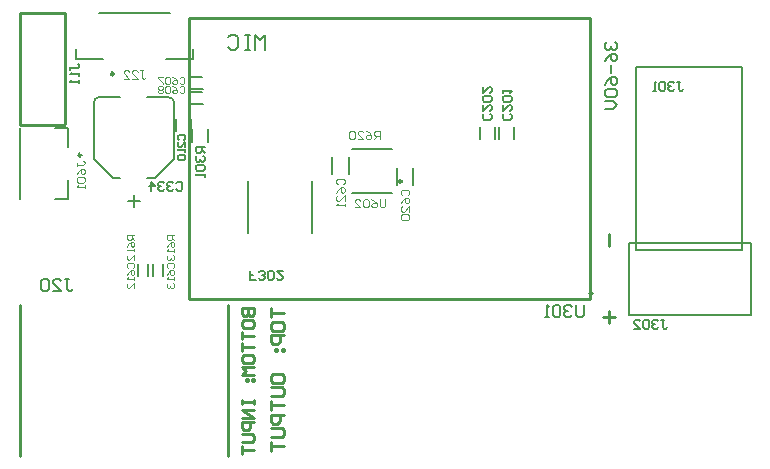
<source format=gbo>
G04*
G04 #@! TF.GenerationSoftware,Altium Limited,Altium Designer,24.1.2 (44)*
G04*
G04 Layer_Color=32896*
%FSLAX44Y44*%
%MOMM*%
G71*
G04*
G04 #@! TF.SameCoordinates,564CEF90-820D-4554-998B-2DB19DA9D660*
G04*
G04*
G04 #@! TF.FilePolarity,Positive*
G04*
G01*
G75*
%ADD10C,0.2500*%
%ADD11C,0.1000*%
%ADD13C,0.2000*%
%ADD14C,0.2540*%
%ADD16C,0.1500*%
%ADD18C,0.1300*%
%ADD19C,0.1524*%
%ADD139C,0.1250*%
D10*
X99500Y340750D02*
G03*
X99500Y340750I-1250J0D01*
G01*
X343250Y249750D02*
G03*
X343250Y249750I-1250J0D01*
G01*
X72000Y272000D02*
G03*
X72000Y272000I-1250J0D01*
G01*
X504750Y154750D02*
G03*
X504750Y154750I-1250J0D01*
G01*
D11*
X155168Y329432D02*
X156168Y330432D01*
X158167D01*
X159167Y329432D01*
Y325434D01*
X158167Y324434D01*
X156168D01*
X155168Y325434D01*
X149170Y330432D02*
X151170Y329432D01*
X153169Y327433D01*
Y325434D01*
X152169Y324434D01*
X150170D01*
X149170Y325434D01*
Y326433D01*
X150170Y327433D01*
X153169D01*
X147171Y329432D02*
X146171Y330432D01*
X144172D01*
X143172Y329432D01*
Y325434D01*
X144172Y324434D01*
X146171D01*
X147171Y325434D01*
Y329432D01*
X141173D02*
X140173Y330432D01*
X138174D01*
X137174Y329432D01*
Y328433D01*
X138174Y327433D01*
X137174Y326433D01*
Y325434D01*
X138174Y324434D01*
X140173D01*
X141173Y325434D01*
Y326433D01*
X140173Y327433D01*
X141173Y328433D01*
Y329432D01*
X140173Y327433D02*
X138174D01*
X155170Y337256D02*
X156170Y338255D01*
X158169D01*
X159169Y337256D01*
Y333257D01*
X158169Y332257D01*
X156170D01*
X155170Y333257D01*
X149172Y338255D02*
X151172Y337256D01*
X153171Y335256D01*
Y333257D01*
X152171Y332257D01*
X150172D01*
X149172Y333257D01*
Y334257D01*
X150172Y335256D01*
X153171D01*
X147173Y337256D02*
X146173Y338255D01*
X144174D01*
X143174Y337256D01*
Y333257D01*
X144174Y332257D01*
X146173D01*
X147173Y333257D01*
Y337256D01*
X141175Y338255D02*
X137176D01*
Y337256D01*
X141175Y333257D01*
Y332257D01*
X150499Y204247D02*
X144501D01*
Y201248D01*
X145501Y200248D01*
X147500D01*
X148500Y201248D01*
Y204247D01*
Y202247D02*
X150499Y200248D01*
X144501Y194250D02*
X145501Y196249D01*
X147500Y198249D01*
X149499D01*
X150499Y197249D01*
Y195250D01*
X149499Y194250D01*
X148500D01*
X147500Y195250D01*
Y198249D01*
X150499Y192250D02*
Y190251D01*
Y191251D01*
X144501D01*
X145501Y192250D01*
Y187252D02*
X144501Y186252D01*
Y184253D01*
X145501Y183253D01*
X146500D01*
X147500Y184253D01*
Y185253D01*
Y184253D01*
X148500Y183253D01*
X149499D01*
X150499Y184253D01*
Y186252D01*
X149499Y187252D01*
X116749Y204497D02*
X110751D01*
Y201497D01*
X111751Y200498D01*
X113750D01*
X114750Y201497D01*
Y204497D01*
Y202497D02*
X116749Y200498D01*
X110751Y194500D02*
X111751Y196499D01*
X113750Y198498D01*
X115749D01*
X116749Y197499D01*
Y195499D01*
X115749Y194500D01*
X114750D01*
X113750Y195499D01*
Y198498D01*
X116749Y192500D02*
Y190501D01*
Y191501D01*
X110751D01*
X111751Y192500D01*
X116749Y183503D02*
Y187502D01*
X112750Y183503D01*
X111751D01*
X110751Y184503D01*
Y186502D01*
X111751Y187502D01*
X145251Y176498D02*
X144251Y177498D01*
Y179497D01*
X145251Y180497D01*
X149249D01*
X150249Y179497D01*
Y177498D01*
X149249Y176498D01*
X144251Y170500D02*
X145251Y172499D01*
X147250Y174499D01*
X149249D01*
X150249Y173499D01*
Y171500D01*
X149249Y170500D01*
X148250D01*
X147250Y171500D01*
Y174499D01*
X150249Y168500D02*
Y166501D01*
Y167501D01*
X144251D01*
X145251Y168500D01*
Y163502D02*
X144251Y162502D01*
Y160503D01*
X145251Y159503D01*
X146250D01*
X147250Y160503D01*
Y161503D01*
Y160503D01*
X148250Y159503D01*
X149249D01*
X150249Y160503D01*
Y162502D01*
X149249Y163502D01*
X111751Y176498D02*
X110751Y177498D01*
Y179497D01*
X111751Y180497D01*
X115749D01*
X116749Y179497D01*
Y177498D01*
X115749Y176498D01*
X110751Y170500D02*
X111751Y172499D01*
X113750Y174499D01*
X115749D01*
X116749Y173499D01*
Y171500D01*
X115749Y170500D01*
X114750D01*
X113750Y171500D01*
Y174499D01*
X116749Y168500D02*
Y166501D01*
Y167501D01*
X110751D01*
X111751Y168500D01*
X116749Y159503D02*
Y163502D01*
X112750Y159503D01*
X111751D01*
X110751Y160503D01*
Y162502D01*
X111751Y163502D01*
D13*
X87000Y321000D02*
G03*
X82500Y316500I0J-4500D01*
G01*
X150500D02*
G03*
X146000Y321000I-4500J0D01*
G01*
X166750Y353250D02*
Y361500D01*
X67250Y353250D02*
X90500D01*
X143500D02*
X166750D01*
X67250D02*
Y361500D01*
X87000Y392250D02*
X147000D01*
X164549Y338235D02*
X174549D01*
X164549Y325535D02*
X174549D01*
X164762Y328355D02*
X174762D01*
X164762Y315655D02*
X174762D01*
X119650Y170000D02*
Y180000D01*
X132350Y170000D02*
Y180000D01*
X301250Y239750D02*
X335250D01*
X301250Y277250D02*
X335250D01*
X284638Y255638D02*
Y270362D01*
X298362Y255638D02*
Y270362D01*
X20250Y235250D02*
Y294750D01*
X49300Y235250D02*
X60750D01*
X20250D02*
X20300D01*
X60750Y279000D02*
Y294750D01*
Y235250D02*
Y251000D01*
X49300Y294750D02*
X60750D01*
X20250D02*
X20300D01*
X409500Y285750D02*
Y295750D01*
X422500Y285750D02*
Y295750D01*
X425250Y285750D02*
Y295750D01*
X438250Y285750D02*
Y295750D01*
X128650Y170000D02*
Y180000D01*
X141350Y170000D02*
Y180000D01*
X352862Y246638D02*
Y261362D01*
X339138Y246638D02*
Y261362D01*
X535900Y136550D02*
Y197950D01*
Y136550D02*
X639100D01*
Y197950D01*
X535900D02*
X639100D01*
X151750Y292500D02*
Y302500D01*
X164750Y292500D02*
Y302500D01*
X165750Y283250D02*
Y293750D01*
X179250Y283250D02*
Y293750D01*
X82500Y269000D02*
Y316500D01*
X87000Y321000D02*
X105000D01*
X98500Y253000D02*
X105000D01*
X82500Y269000D02*
X98500Y253000D01*
X150500Y269000D02*
Y316500D01*
X128000Y321000D02*
X146000D01*
X128000Y253000D02*
X134500D01*
X150500Y269000D01*
X267700Y206500D02*
Y250000D01*
X213300Y206500D02*
Y250000D01*
X516806Y367992D02*
X515140Y366326D01*
Y362994D01*
X516806Y361327D01*
X518473D01*
X520139Y362994D01*
Y364660D01*
Y362994D01*
X521805Y361327D01*
X523471D01*
X525137Y362994D01*
Y366326D01*
X523471Y367992D01*
X515140Y351331D02*
X516806Y354663D01*
X520139Y357995D01*
X523471D01*
X525137Y356329D01*
Y352997D01*
X523471Y351331D01*
X521805D01*
X520139Y352997D01*
Y357995D01*
Y347998D02*
Y341334D01*
X515140Y331337D02*
X516806Y334669D01*
X520139Y338002D01*
X523471D01*
X525137Y336335D01*
Y333003D01*
X523471Y331337D01*
X521805D01*
X520139Y333003D01*
Y338002D01*
X516806Y328005D02*
X515140Y326339D01*
Y323006D01*
X516806Y321340D01*
X523471D01*
X525137Y323006D01*
Y326339D01*
X523471Y328005D01*
X516806D01*
X515140Y318008D02*
X521805D01*
X525137Y314676D01*
X521805Y311343D01*
X515140D01*
X227471Y361405D02*
Y373901D01*
X223306Y369736D01*
X219140Y373901D01*
Y361405D01*
X214975Y373901D02*
X210810D01*
X212892D01*
Y361405D01*
X214975D01*
X210810D01*
X196231Y371819D02*
X198314Y373901D01*
X202479D01*
X204562Y371819D01*
Y363488D01*
X202479Y361405D01*
X198314D01*
X196231Y363488D01*
X116500Y237998D02*
Y228002D01*
X111502Y233000D02*
X121498D01*
D14*
X20250Y17000D02*
Y145000D01*
X196550Y17000D02*
Y145000D01*
X163000Y150240D02*
X503000D01*
X163000Y388240D02*
X503000D01*
X163000Y150240D02*
Y388240D01*
X503000Y150240D02*
Y388240D01*
X19950Y297750D02*
Y392750D01*
X20000D02*
X58000D01*
X19950Y297750D02*
X57501D01*
X58000Y298249D01*
Y392750D01*
X518428Y205423D02*
Y195266D01*
X523642Y134909D02*
X513485D01*
X518564Y139988D02*
Y129831D01*
X232255Y142450D02*
Y134786D01*
Y138618D01*
X243751D01*
X232255Y125205D02*
Y129038D01*
X234171Y130954D01*
X241835D01*
X243751Y129038D01*
Y125205D01*
X241835Y123289D01*
X234171D01*
X232255Y125205D01*
X243751Y119457D02*
X232255D01*
Y113709D01*
X234171Y111793D01*
X238003D01*
X239919Y113709D01*
Y119457D01*
X236087Y107961D02*
Y106045D01*
X238003D01*
Y107961D01*
X236087D01*
X241835D02*
Y106045D01*
X243751D01*
Y107961D01*
X241835D01*
X232255Y81136D02*
Y84969D01*
X234171Y86884D01*
X241835D01*
X243751Y84969D01*
Y81136D01*
X241835Y79220D01*
X234171D01*
X232255Y81136D01*
Y75388D02*
X241835D01*
X243751Y73472D01*
Y69640D01*
X241835Y67724D01*
X232255D01*
Y63892D02*
Y56228D01*
Y60060D01*
X243751D01*
Y52396D02*
X232255D01*
Y46648D01*
X234171Y44731D01*
X238003D01*
X239919Y46648D01*
Y52396D01*
X232255Y40899D02*
X241835D01*
X243751Y38983D01*
Y35151D01*
X241835Y33235D01*
X232255D01*
Y29403D02*
Y21739D01*
Y25571D01*
X243751D01*
X208243Y142592D02*
X218240D01*
Y137593D01*
X216574Y135927D01*
X214908D01*
X213242Y137593D01*
Y142592D01*
Y137593D01*
X211576Y135927D01*
X209909D01*
X208243Y137593D01*
Y142592D01*
Y127597D02*
Y130929D01*
X209909Y132595D01*
X216574D01*
X218240Y130929D01*
Y127597D01*
X216574Y125930D01*
X209909D01*
X208243Y127597D01*
Y122598D02*
Y115934D01*
Y119266D01*
X218240D01*
X208243Y112601D02*
Y105937D01*
Y109269D01*
X218240D01*
X208243Y97606D02*
Y100938D01*
X209909Y102605D01*
X216574D01*
X218240Y100938D01*
Y97606D01*
X216574Y95940D01*
X209909D01*
X208243Y97606D01*
X218240Y92608D02*
X208243D01*
X211576Y89276D01*
X208243Y85943D01*
X218240D01*
X211576Y82611D02*
Y80945D01*
X213242D01*
Y82611D01*
X211576D01*
X216574D02*
Y80945D01*
X218240D01*
Y82611D01*
X216574D01*
X208243Y64284D02*
Y60951D01*
Y62618D01*
X218240D01*
Y64284D01*
Y60951D01*
Y55953D02*
X208243D01*
X218240Y49288D01*
X208243D01*
X218240Y45956D02*
X208243D01*
Y40958D01*
X209909Y39292D01*
X213242D01*
X214908Y40958D01*
Y45956D01*
X208243Y35959D02*
X216574D01*
X218240Y34293D01*
Y30961D01*
X216574Y29295D01*
X208243D01*
Y25963D02*
Y19298D01*
Y22630D01*
X218240D01*
D16*
X58165Y167248D02*
X61497D01*
X59831D01*
Y158918D01*
X61497Y157252D01*
X63163D01*
X64829Y158918D01*
X48168Y157252D02*
X54832D01*
X48168Y163916D01*
Y165582D01*
X49834Y167248D01*
X53166D01*
X54832Y165582D01*
X44836D02*
X43169Y167248D01*
X39837D01*
X38171Y165582D01*
Y158918D01*
X39837Y157252D01*
X43169D01*
X44836Y158918D01*
Y165582D01*
D18*
X155001Y284998D02*
X154001Y285998D01*
Y287997D01*
X155001Y288997D01*
X158999D01*
X159999Y287997D01*
Y285998D01*
X158999Y284998D01*
X159999Y279000D02*
Y282999D01*
X156000Y279000D01*
X155001D01*
X154001Y280000D01*
Y281999D01*
X155001Y282999D01*
X159999Y277000D02*
Y275001D01*
Y276001D01*
X154001D01*
X155001Y277000D01*
Y272002D02*
X154001Y271002D01*
Y269003D01*
X155001Y268003D01*
X158999D01*
X159999Y269003D01*
Y271002D01*
X158999Y272002D01*
X155001D01*
D19*
X541750Y191500D02*
Y346500D01*
Y191500D02*
X631750D01*
X541750Y346500D02*
X631750D01*
Y191500D02*
Y346500D01*
X176559Y278946D02*
X168941D01*
Y275137D01*
X170211Y273867D01*
X172750D01*
X174020Y275137D01*
Y278946D01*
Y276407D02*
X176559Y273867D01*
X170211Y271328D02*
X168941Y270059D01*
Y267520D01*
X170211Y266250D01*
X171480D01*
X172750Y267520D01*
Y268789D01*
Y267520D01*
X174020Y266250D01*
X175289D01*
X176559Y267520D01*
Y270059D01*
X175289Y271328D01*
X170211Y263711D02*
X168941Y262441D01*
Y259902D01*
X170211Y258633D01*
X175289D01*
X176559Y259902D01*
Y262441D01*
X175289Y263711D01*
X170211D01*
X176559Y256093D02*
Y253554D01*
Y254824D01*
X168941D01*
X170211Y256093D01*
X562887Y132809D02*
X565426D01*
X564157D01*
Y126461D01*
X565426Y125191D01*
X566696D01*
X567966Y126461D01*
X560348Y131539D02*
X559078Y132809D01*
X556539D01*
X555270Y131539D01*
Y130270D01*
X556539Y129000D01*
X557809D01*
X556539D01*
X555270Y127730D01*
Y126461D01*
X556539Y125191D01*
X559078D01*
X560348Y126461D01*
X552730Y131539D02*
X551461Y132809D01*
X548922D01*
X547652Y131539D01*
Y126461D01*
X548922Y125191D01*
X551461D01*
X552730Y126461D01*
Y131539D01*
X540034Y125191D02*
X545113D01*
X540034Y130270D01*
Y131539D01*
X541304Y132809D01*
X543843D01*
X545113Y131539D01*
X152413Y248128D02*
X153682Y249398D01*
X156221D01*
X157491Y248128D01*
Y243050D01*
X156221Y241780D01*
X153682D01*
X152413Y243050D01*
X149873Y248128D02*
X148604Y249398D01*
X146065D01*
X144795Y248128D01*
Y246858D01*
X146065Y245589D01*
X147334D01*
X146065D01*
X144795Y244319D01*
Y243050D01*
X146065Y241780D01*
X148604D01*
X149873Y243050D01*
X142256Y248128D02*
X140986Y249398D01*
X138447D01*
X137177Y248128D01*
Y246858D01*
X138447Y245589D01*
X139717D01*
X138447D01*
X137177Y244319D01*
Y243050D01*
X138447Y241780D01*
X140986D01*
X142256Y243050D01*
X130829Y241780D02*
Y249398D01*
X134638Y245589D01*
X129560D01*
X497684Y144817D02*
Y136486D01*
X496018Y134820D01*
X492686D01*
X491020Y136486D01*
Y144817D01*
X487687Y143151D02*
X486021Y144817D01*
X482689D01*
X481023Y143151D01*
Y141484D01*
X482689Y139818D01*
X484355D01*
X482689D01*
X481023Y138152D01*
Y136486D01*
X482689Y134820D01*
X486021D01*
X487687Y136486D01*
X477691Y143151D02*
X476024Y144817D01*
X472692D01*
X471026Y143151D01*
Y136486D01*
X472692Y134820D01*
X476024D01*
X477691Y136486D01*
Y143151D01*
X467694Y134820D02*
X464361D01*
X466028D01*
Y144817D01*
X467694Y143151D01*
X219863Y166441D02*
X214785D01*
Y170250D01*
X217324D01*
X214785D01*
Y174059D01*
X222402Y167711D02*
X223672Y166441D01*
X226211D01*
X227480Y167711D01*
Y168980D01*
X226211Y170250D01*
X224941D01*
X226211D01*
X227480Y171520D01*
Y172789D01*
X226211Y174059D01*
X223672D01*
X222402Y172789D01*
X230020Y167711D02*
X231289Y166441D01*
X233828D01*
X235098Y167711D01*
Y172789D01*
X233828Y174059D01*
X231289D01*
X230020Y172789D01*
Y167711D01*
X242715Y174059D02*
X237637D01*
X242715Y168980D01*
Y167711D01*
X241446Y166441D01*
X238907D01*
X237637Y167711D01*
X576367Y334309D02*
X578907D01*
X577637D01*
Y327961D01*
X578907Y326691D01*
X580176D01*
X581446Y327961D01*
X573828Y333039D02*
X572559Y334309D01*
X570020D01*
X568750Y333039D01*
Y331770D01*
X570020Y330500D01*
X571289D01*
X570020D01*
X568750Y329230D01*
Y327961D01*
X570020Y326691D01*
X572559D01*
X573828Y327961D01*
X566211Y333039D02*
X564941Y334309D01*
X562402D01*
X561133Y333039D01*
Y327961D01*
X562402Y326691D01*
X564941D01*
X566211Y327961D01*
Y333039D01*
X558593Y326691D02*
X556054D01*
X557324D01*
Y334309D01*
X558593Y333039D01*
X418289Y307113D02*
X419559Y305843D01*
Y303304D01*
X418289Y302034D01*
X413211D01*
X411941Y303304D01*
Y305843D01*
X413211Y307113D01*
X411941Y314730D02*
Y309652D01*
X417020Y314730D01*
X418289D01*
X419559Y313461D01*
Y310922D01*
X418289Y309652D01*
Y317270D02*
X419559Y318539D01*
Y321078D01*
X418289Y322348D01*
X413211D01*
X411941Y321078D01*
Y318539D01*
X413211Y317270D01*
X418289D01*
X411941Y329966D02*
Y324887D01*
X417020Y329966D01*
X418289D01*
X419559Y328696D01*
Y326157D01*
X418289Y324887D01*
X435039Y307132D02*
X436309Y305863D01*
Y303324D01*
X435039Y302054D01*
X429961D01*
X428691Y303324D01*
Y305863D01*
X429961Y307132D01*
X428691Y314750D02*
Y309672D01*
X433770Y314750D01*
X435039D01*
X436309Y313480D01*
Y310941D01*
X435039Y309672D01*
Y317289D02*
X436309Y318559D01*
Y321098D01*
X435039Y322368D01*
X429961D01*
X428691Y321098D01*
Y318559D01*
X429961Y317289D01*
X435039D01*
X428691Y324907D02*
Y327446D01*
Y326176D01*
X436309D01*
X435039Y324907D01*
X62677Y344362D02*
Y346901D01*
Y345631D01*
X69025D01*
X70294Y346901D01*
Y348170D01*
X69025Y349440D01*
X70294Y341822D02*
Y339283D01*
Y340553D01*
X62677D01*
X63946Y341822D01*
X70294Y335474D02*
Y332935D01*
Y334205D01*
X62677D01*
X63946Y335474D01*
D139*
X324579Y285501D02*
Y292499D01*
X321080D01*
X319914Y291333D01*
Y289000D01*
X321080Y287834D01*
X324579D01*
X322247D02*
X319914Y285501D01*
X312916Y292499D02*
X315249Y291333D01*
X317582Y289000D01*
Y286667D01*
X316415Y285501D01*
X314083D01*
X312916Y286667D01*
Y287834D01*
X314083Y289000D01*
X317582D01*
X305919Y285501D02*
X310584D01*
X305919Y290166D01*
Y291333D01*
X307085Y292499D01*
X309417D01*
X310584Y291333D01*
X303586D02*
X302420Y292499D01*
X300087D01*
X298921Y291333D01*
Y286667D01*
X300087Y285501D01*
X302420D01*
X303586Y286667D01*
Y291333D01*
X289167Y247248D02*
X288001Y248414D01*
Y250747D01*
X289167Y251913D01*
X293832D01*
X294999Y250747D01*
Y248414D01*
X293832Y247248D01*
X288001Y240250D02*
X289167Y242583D01*
X291500Y244915D01*
X293832D01*
X294999Y243749D01*
Y241416D01*
X293832Y240250D01*
X292666D01*
X291500Y241416D01*
Y244915D01*
X294999Y233252D02*
Y237917D01*
X290334Y233252D01*
X289167D01*
X288001Y234419D01*
Y236751D01*
X289167Y237917D01*
X294999Y230920D02*
Y228587D01*
Y229753D01*
X288001D01*
X289167Y230920D01*
X343667Y238164D02*
X342501Y239330D01*
Y241663D01*
X343667Y242829D01*
X348333D01*
X349499Y241663D01*
Y239330D01*
X348333Y238164D01*
X342501Y231166D02*
X343667Y233499D01*
X346000Y235832D01*
X348333D01*
X349499Y234665D01*
Y232333D01*
X348333Y231166D01*
X347166D01*
X346000Y232333D01*
Y235832D01*
X349499Y224169D02*
Y228834D01*
X344834Y224169D01*
X343667D01*
X342501Y225335D01*
Y227667D01*
X343667Y228834D01*
Y221836D02*
X342501Y220670D01*
Y218337D01*
X343667Y217171D01*
X348333D01*
X349499Y218337D01*
Y220670D01*
X348333Y221836D01*
X343667D01*
X67927Y262734D02*
Y265067D01*
Y263900D01*
X73758D01*
X74925Y265067D01*
Y266233D01*
X73758Y267399D01*
X67927Y255736D02*
X69093Y258069D01*
X71426Y260401D01*
X73758D01*
X74925Y259235D01*
Y256903D01*
X73758Y255736D01*
X72592D01*
X71426Y256903D01*
Y260401D01*
X69093Y253404D02*
X67927Y252237D01*
Y249905D01*
X69093Y248738D01*
X73758D01*
X74925Y249905D01*
Y252237D01*
X73758Y253404D01*
X69093D01*
X74925Y246406D02*
Y244073D01*
Y245240D01*
X67927D01*
X69093Y246406D01*
X121915Y343749D02*
X124248D01*
X123082D01*
Y337917D01*
X124248Y336751D01*
X125414D01*
X126580Y337917D01*
X114917Y336751D02*
X119583D01*
X114917Y341416D01*
Y342583D01*
X116084Y343749D01*
X118416D01*
X119583Y342583D01*
X107920Y336751D02*
X112585D01*
X107920Y341416D01*
Y342583D01*
X109086Y343749D01*
X111419D01*
X112585Y342583D01*
X329329Y234749D02*
Y228917D01*
X328163Y227751D01*
X325830D01*
X324664Y228917D01*
Y234749D01*
X317666D02*
X319999Y233583D01*
X322332Y231250D01*
Y228917D01*
X321165Y227751D01*
X318833D01*
X317666Y228917D01*
Y230084D01*
X318833Y231250D01*
X322332D01*
X315334Y233583D02*
X314167Y234749D01*
X311835D01*
X310669Y233583D01*
Y228917D01*
X311835Y227751D01*
X314167D01*
X315334Y228917D01*
Y233583D01*
X303671Y227751D02*
X308336D01*
X303671Y232416D01*
Y233583D01*
X304837Y234749D01*
X307170D01*
X308336Y233583D01*
M02*

</source>
